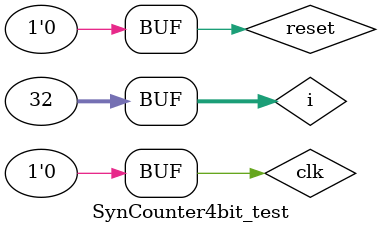
<source format=v>
`timescale 1ns / 1ps


module SynCounter4bit_test;

	// Inputs
	reg clk;
	reg reset;

	// Outputs
	wire [3:0] q;

	// Instantiate the Unit Under Test (UUT)
	SynCounter4bit uut (
		.clk(clk), 
		.reset(reset), 
		.q(q)
	);
	integer i;
	initial begin

	// Initialize Inputs
		clk = 0;
		reset = 0;
		#10;
		reset = 1;
		#10;
		reset = 0;
		// Wait 10 ns for global reset to finish
		#10;
		for (i=0;i<32;i=i+1)
		#10 clk = ~clk;
		 // Add stimulus here
	end
      
endmodule


</source>
